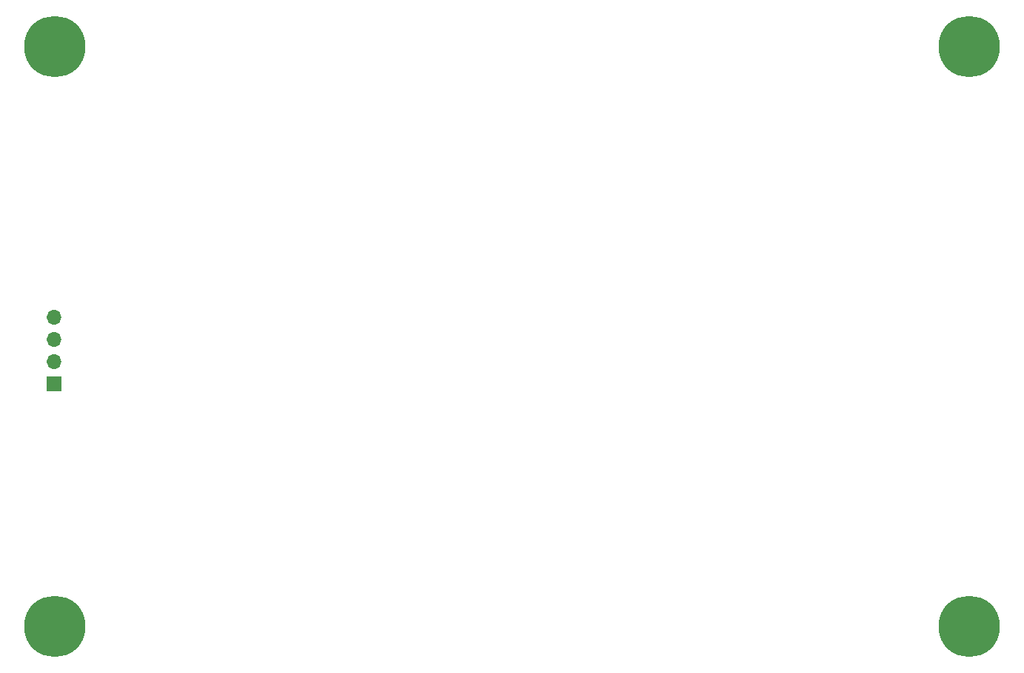
<source format=gbr>
G04 #@! TF.GenerationSoftware,KiCad,Pcbnew,(5.1.4-0-10_14)*
G04 #@! TF.CreationDate,2020-04-27T22:32:42-07:00*
G04 #@! TF.ProjectId,LED_Board_s_,4c45445f-426f-4617-9264-5f735f2e6b69,rev?*
G04 #@! TF.SameCoordinates,Original*
G04 #@! TF.FileFunction,Soldermask,Bot*
G04 #@! TF.FilePolarity,Negative*
%FSLAX46Y46*%
G04 Gerber Fmt 4.6, Leading zero omitted, Abs format (unit mm)*
G04 Created by KiCad (PCBNEW (5.1.4-0-10_14)) date 2020-04-27 22:32:42*
%MOMM*%
%LPD*%
G04 APERTURE LIST*
%ADD10O,1.700000X1.700000*%
%ADD11R,1.700000X1.700000*%
%ADD12C,7.000000*%
%ADD13C,0.800000*%
G04 APERTURE END LIST*
D10*
X19870000Y-56940000D03*
X19870000Y-59480000D03*
X19870000Y-62020000D03*
D11*
X19870000Y-64560000D03*
D12*
X124460001Y-92310001D03*
X124460001Y-25909999D03*
D13*
X21816154Y-90453846D03*
X19959999Y-89685001D03*
X18103844Y-90453846D03*
X17334999Y-92310001D03*
X18103844Y-94166156D03*
X19959999Y-94935001D03*
X21816154Y-94166156D03*
X22584999Y-92310001D03*
D12*
X19959999Y-92310001D03*
X19959999Y-25909999D03*
M02*

</source>
